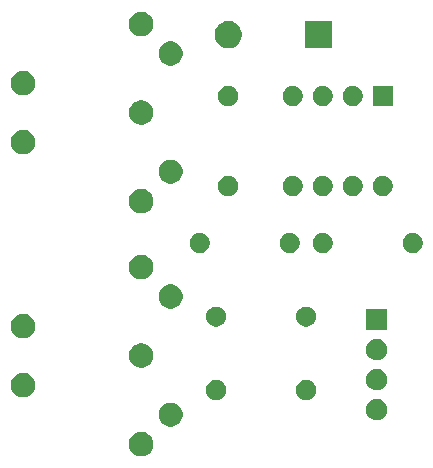
<source format=gbr>
G04 #@! TF.GenerationSoftware,KiCad,Pcbnew,5.1.5-52549c5~84~ubuntu18.04.1*
G04 #@! TF.CreationDate,2020-01-17T10:26:32-05:00*
G04 #@! TF.ProjectId,midi_io,6d696469-5f69-46f2-9e6b-696361645f70,1*
G04 #@! TF.SameCoordinates,Original*
G04 #@! TF.FileFunction,Soldermask,Bot*
G04 #@! TF.FilePolarity,Negative*
%FSLAX46Y46*%
G04 Gerber Fmt 4.6, Leading zero omitted, Abs format (unit mm)*
G04 Created by KiCad (PCBNEW 5.1.5-52549c5~84~ubuntu18.04.1) date 2020-01-17 10:26:32*
%MOMM*%
%LPD*%
G04 APERTURE LIST*
%ADD10C,0.100000*%
G04 APERTURE END LIST*
D10*
G36*
X124251215Y-121956621D02*
G01*
X124437899Y-122033948D01*
X124605911Y-122146210D01*
X124748790Y-122289089D01*
X124861052Y-122457101D01*
X124938379Y-122643785D01*
X124977800Y-122841967D01*
X124977800Y-123044033D01*
X124938379Y-123242215D01*
X124861052Y-123428899D01*
X124748790Y-123596911D01*
X124605911Y-123739790D01*
X124437899Y-123852052D01*
X124251215Y-123929379D01*
X124053033Y-123968800D01*
X123850967Y-123968800D01*
X123652785Y-123929379D01*
X123466101Y-123852052D01*
X123298089Y-123739790D01*
X123155210Y-123596911D01*
X123042948Y-123428899D01*
X122965621Y-123242215D01*
X122926200Y-123044033D01*
X122926200Y-122841967D01*
X122965621Y-122643785D01*
X123042948Y-122457101D01*
X123155210Y-122289089D01*
X123298089Y-122146210D01*
X123466101Y-122033948D01*
X123652785Y-121956621D01*
X123850967Y-121917200D01*
X124053033Y-121917200D01*
X124251215Y-121956621D01*
G37*
G36*
X126751215Y-119456621D02*
G01*
X126937899Y-119533948D01*
X127105911Y-119646210D01*
X127248790Y-119789089D01*
X127361052Y-119957101D01*
X127438379Y-120143785D01*
X127477800Y-120341967D01*
X127477800Y-120544033D01*
X127438379Y-120742215D01*
X127361052Y-120928899D01*
X127248790Y-121096911D01*
X127105911Y-121239790D01*
X126937899Y-121352052D01*
X126751215Y-121429379D01*
X126553033Y-121468800D01*
X126350967Y-121468800D01*
X126152785Y-121429379D01*
X125966101Y-121352052D01*
X125798089Y-121239790D01*
X125655210Y-121096911D01*
X125542948Y-120928899D01*
X125465621Y-120742215D01*
X125426200Y-120544033D01*
X125426200Y-120341967D01*
X125465621Y-120143785D01*
X125542948Y-119957101D01*
X125655210Y-119789089D01*
X125798089Y-119646210D01*
X125966101Y-119533948D01*
X126152785Y-119456621D01*
X126350967Y-119417200D01*
X126553033Y-119417200D01*
X126751215Y-119456621D01*
G37*
G36*
X144153754Y-119148817D02*
G01*
X144317689Y-119216721D01*
X144465227Y-119315303D01*
X144590697Y-119440773D01*
X144689279Y-119588311D01*
X144757183Y-119752246D01*
X144791800Y-119926279D01*
X144791800Y-120103721D01*
X144757183Y-120277754D01*
X144689279Y-120441689D01*
X144590697Y-120589227D01*
X144465227Y-120714697D01*
X144317689Y-120813279D01*
X144153754Y-120881183D01*
X143979721Y-120915800D01*
X143802279Y-120915800D01*
X143628246Y-120881183D01*
X143464311Y-120813279D01*
X143316773Y-120714697D01*
X143191303Y-120589227D01*
X143092721Y-120441689D01*
X143024817Y-120277754D01*
X142990200Y-120103721D01*
X142990200Y-119926279D01*
X143024817Y-119752246D01*
X143092721Y-119588311D01*
X143191303Y-119440773D01*
X143316773Y-119315303D01*
X143464311Y-119216721D01*
X143628246Y-119148817D01*
X143802279Y-119114200D01*
X143979721Y-119114200D01*
X144153754Y-119148817D01*
G37*
G36*
X130550169Y-117545895D02*
G01*
X130705005Y-117610031D01*
X130844354Y-117703140D01*
X130962860Y-117821646D01*
X131055969Y-117960995D01*
X131120105Y-118115831D01*
X131152800Y-118280203D01*
X131152800Y-118447797D01*
X131120105Y-118612169D01*
X131055969Y-118767005D01*
X130962860Y-118906354D01*
X130844354Y-119024860D01*
X130705005Y-119117969D01*
X130550169Y-119182105D01*
X130385797Y-119214800D01*
X130218203Y-119214800D01*
X130053831Y-119182105D01*
X129898995Y-119117969D01*
X129759646Y-119024860D01*
X129641140Y-118906354D01*
X129548031Y-118767005D01*
X129483895Y-118612169D01*
X129451200Y-118447797D01*
X129451200Y-118280203D01*
X129483895Y-118115831D01*
X129548031Y-117960995D01*
X129641140Y-117821646D01*
X129759646Y-117703140D01*
X129898995Y-117610031D01*
X130053831Y-117545895D01*
X130218203Y-117513200D01*
X130385797Y-117513200D01*
X130550169Y-117545895D01*
G37*
G36*
X138170169Y-117545895D02*
G01*
X138325005Y-117610031D01*
X138464354Y-117703140D01*
X138582860Y-117821646D01*
X138675969Y-117960995D01*
X138740105Y-118115831D01*
X138772800Y-118280203D01*
X138772800Y-118447797D01*
X138740105Y-118612169D01*
X138675969Y-118767005D01*
X138582860Y-118906354D01*
X138464354Y-119024860D01*
X138325005Y-119117969D01*
X138170169Y-119182105D01*
X138005797Y-119214800D01*
X137838203Y-119214800D01*
X137673831Y-119182105D01*
X137518995Y-119117969D01*
X137379646Y-119024860D01*
X137261140Y-118906354D01*
X137168031Y-118767005D01*
X137103895Y-118612169D01*
X137071200Y-118447797D01*
X137071200Y-118280203D01*
X137103895Y-118115831D01*
X137168031Y-117960995D01*
X137261140Y-117821646D01*
X137379646Y-117703140D01*
X137518995Y-117610031D01*
X137673831Y-117545895D01*
X137838203Y-117513200D01*
X138005797Y-117513200D01*
X138170169Y-117545895D01*
G37*
G36*
X114251215Y-116956621D02*
G01*
X114437899Y-117033948D01*
X114605911Y-117146210D01*
X114748790Y-117289089D01*
X114861052Y-117457101D01*
X114938379Y-117643785D01*
X114977800Y-117841967D01*
X114977800Y-118044033D01*
X114938379Y-118242215D01*
X114861052Y-118428899D01*
X114748790Y-118596911D01*
X114605911Y-118739790D01*
X114437899Y-118852052D01*
X114251215Y-118929379D01*
X114053033Y-118968800D01*
X113850967Y-118968800D01*
X113652785Y-118929379D01*
X113466101Y-118852052D01*
X113298089Y-118739790D01*
X113155210Y-118596911D01*
X113042948Y-118428899D01*
X112965621Y-118242215D01*
X112926200Y-118044033D01*
X112926200Y-117841967D01*
X112965621Y-117643785D01*
X113042948Y-117457101D01*
X113155210Y-117289089D01*
X113298089Y-117146210D01*
X113466101Y-117033948D01*
X113652785Y-116956621D01*
X113850967Y-116917200D01*
X114053033Y-116917200D01*
X114251215Y-116956621D01*
G37*
G36*
X144153754Y-116608817D02*
G01*
X144317689Y-116676721D01*
X144465227Y-116775303D01*
X144590697Y-116900773D01*
X144689279Y-117048311D01*
X144757183Y-117212246D01*
X144791800Y-117386279D01*
X144791800Y-117563721D01*
X144757183Y-117737754D01*
X144689279Y-117901689D01*
X144590697Y-118049227D01*
X144465227Y-118174697D01*
X144317689Y-118273279D01*
X144153754Y-118341183D01*
X143979721Y-118375800D01*
X143802279Y-118375800D01*
X143628246Y-118341183D01*
X143464311Y-118273279D01*
X143316773Y-118174697D01*
X143191303Y-118049227D01*
X143092721Y-117901689D01*
X143024817Y-117737754D01*
X142990200Y-117563721D01*
X142990200Y-117386279D01*
X143024817Y-117212246D01*
X143092721Y-117048311D01*
X143191303Y-116900773D01*
X143316773Y-116775303D01*
X143464311Y-116676721D01*
X143628246Y-116608817D01*
X143802279Y-116574200D01*
X143979721Y-116574200D01*
X144153754Y-116608817D01*
G37*
G36*
X124251215Y-114456621D02*
G01*
X124437899Y-114533948D01*
X124605911Y-114646210D01*
X124748790Y-114789089D01*
X124861052Y-114957101D01*
X124938379Y-115143785D01*
X124977800Y-115341967D01*
X124977800Y-115544033D01*
X124938379Y-115742215D01*
X124861052Y-115928899D01*
X124748790Y-116096911D01*
X124605911Y-116239790D01*
X124437899Y-116352052D01*
X124251215Y-116429379D01*
X124053033Y-116468800D01*
X123850967Y-116468800D01*
X123652785Y-116429379D01*
X123466101Y-116352052D01*
X123298089Y-116239790D01*
X123155210Y-116096911D01*
X123042948Y-115928899D01*
X122965621Y-115742215D01*
X122926200Y-115544033D01*
X122926200Y-115341967D01*
X122965621Y-115143785D01*
X123042948Y-114957101D01*
X123155210Y-114789089D01*
X123298089Y-114646210D01*
X123466101Y-114533948D01*
X123652785Y-114456621D01*
X123850967Y-114417200D01*
X124053033Y-114417200D01*
X124251215Y-114456621D01*
G37*
G36*
X144153754Y-114068817D02*
G01*
X144317689Y-114136721D01*
X144465227Y-114235303D01*
X144590697Y-114360773D01*
X144689279Y-114508311D01*
X144757183Y-114672246D01*
X144791800Y-114846279D01*
X144791800Y-115023721D01*
X144757183Y-115197754D01*
X144689279Y-115361689D01*
X144590697Y-115509227D01*
X144465227Y-115634697D01*
X144317689Y-115733279D01*
X144153754Y-115801183D01*
X143979721Y-115835800D01*
X143802279Y-115835800D01*
X143628246Y-115801183D01*
X143464311Y-115733279D01*
X143316773Y-115634697D01*
X143191303Y-115509227D01*
X143092721Y-115361689D01*
X143024817Y-115197754D01*
X142990200Y-115023721D01*
X142990200Y-114846279D01*
X143024817Y-114672246D01*
X143092721Y-114508311D01*
X143191303Y-114360773D01*
X143316773Y-114235303D01*
X143464311Y-114136721D01*
X143628246Y-114068817D01*
X143802279Y-114034200D01*
X143979721Y-114034200D01*
X144153754Y-114068817D01*
G37*
G36*
X114251215Y-111956621D02*
G01*
X114437899Y-112033948D01*
X114605911Y-112146210D01*
X114748790Y-112289089D01*
X114861052Y-112457101D01*
X114938379Y-112643785D01*
X114977800Y-112841967D01*
X114977800Y-113044033D01*
X114938379Y-113242215D01*
X114861052Y-113428899D01*
X114748790Y-113596911D01*
X114605911Y-113739790D01*
X114437899Y-113852052D01*
X114251215Y-113929379D01*
X114053033Y-113968800D01*
X113850967Y-113968800D01*
X113652785Y-113929379D01*
X113466101Y-113852052D01*
X113298089Y-113739790D01*
X113155210Y-113596911D01*
X113042948Y-113428899D01*
X112965621Y-113242215D01*
X112926200Y-113044033D01*
X112926200Y-112841967D01*
X112965621Y-112643785D01*
X113042948Y-112457101D01*
X113155210Y-112289089D01*
X113298089Y-112146210D01*
X113466101Y-112033948D01*
X113652785Y-111956621D01*
X113850967Y-111917200D01*
X114053033Y-111917200D01*
X114251215Y-111956621D01*
G37*
G36*
X144791800Y-113295800D02*
G01*
X142990200Y-113295800D01*
X142990200Y-111494200D01*
X144791800Y-111494200D01*
X144791800Y-113295800D01*
G37*
G36*
X130550169Y-111322895D02*
G01*
X130705005Y-111387031D01*
X130844354Y-111480140D01*
X130962860Y-111598646D01*
X131055969Y-111737995D01*
X131120105Y-111892831D01*
X131152800Y-112057203D01*
X131152800Y-112224797D01*
X131120105Y-112389169D01*
X131055969Y-112544005D01*
X130962860Y-112683354D01*
X130844354Y-112801860D01*
X130705005Y-112894969D01*
X130550169Y-112959105D01*
X130385797Y-112991800D01*
X130218203Y-112991800D01*
X130053831Y-112959105D01*
X129898995Y-112894969D01*
X129759646Y-112801860D01*
X129641140Y-112683354D01*
X129548031Y-112544005D01*
X129483895Y-112389169D01*
X129451200Y-112224797D01*
X129451200Y-112057203D01*
X129483895Y-111892831D01*
X129548031Y-111737995D01*
X129641140Y-111598646D01*
X129759646Y-111480140D01*
X129898995Y-111387031D01*
X130053831Y-111322895D01*
X130218203Y-111290200D01*
X130385797Y-111290200D01*
X130550169Y-111322895D01*
G37*
G36*
X138170169Y-111322895D02*
G01*
X138325005Y-111387031D01*
X138464354Y-111480140D01*
X138582860Y-111598646D01*
X138675969Y-111737995D01*
X138740105Y-111892831D01*
X138772800Y-112057203D01*
X138772800Y-112224797D01*
X138740105Y-112389169D01*
X138675969Y-112544005D01*
X138582860Y-112683354D01*
X138464354Y-112801860D01*
X138325005Y-112894969D01*
X138170169Y-112959105D01*
X138005797Y-112991800D01*
X137838203Y-112991800D01*
X137673831Y-112959105D01*
X137518995Y-112894969D01*
X137379646Y-112801860D01*
X137261140Y-112683354D01*
X137168031Y-112544005D01*
X137103895Y-112389169D01*
X137071200Y-112224797D01*
X137071200Y-112057203D01*
X137103895Y-111892831D01*
X137168031Y-111737995D01*
X137261140Y-111598646D01*
X137379646Y-111480140D01*
X137518995Y-111387031D01*
X137673831Y-111322895D01*
X137838203Y-111290200D01*
X138005797Y-111290200D01*
X138170169Y-111322895D01*
G37*
G36*
X126751215Y-109456621D02*
G01*
X126937899Y-109533948D01*
X127105911Y-109646210D01*
X127248790Y-109789089D01*
X127361052Y-109957101D01*
X127438379Y-110143785D01*
X127477800Y-110341967D01*
X127477800Y-110544033D01*
X127438379Y-110742215D01*
X127361052Y-110928899D01*
X127248790Y-111096911D01*
X127105911Y-111239790D01*
X126937899Y-111352052D01*
X126751215Y-111429379D01*
X126553033Y-111468800D01*
X126350967Y-111468800D01*
X126152785Y-111429379D01*
X125966101Y-111352052D01*
X125798089Y-111239790D01*
X125655210Y-111096911D01*
X125542948Y-110928899D01*
X125465621Y-110742215D01*
X125426200Y-110544033D01*
X125426200Y-110341967D01*
X125465621Y-110143785D01*
X125542948Y-109957101D01*
X125655210Y-109789089D01*
X125798089Y-109646210D01*
X125966101Y-109533948D01*
X126152785Y-109456621D01*
X126350967Y-109417200D01*
X126553033Y-109417200D01*
X126751215Y-109456621D01*
G37*
G36*
X124251215Y-106956621D02*
G01*
X124437899Y-107033948D01*
X124605911Y-107146210D01*
X124748790Y-107289089D01*
X124861052Y-107457101D01*
X124938379Y-107643785D01*
X124977800Y-107841967D01*
X124977800Y-108044033D01*
X124938379Y-108242215D01*
X124861052Y-108428899D01*
X124748790Y-108596911D01*
X124605911Y-108739790D01*
X124437899Y-108852052D01*
X124251215Y-108929379D01*
X124053033Y-108968800D01*
X123850967Y-108968800D01*
X123652785Y-108929379D01*
X123466101Y-108852052D01*
X123298089Y-108739790D01*
X123155210Y-108596911D01*
X123042948Y-108428899D01*
X122965621Y-108242215D01*
X122926200Y-108044033D01*
X122926200Y-107841967D01*
X122965621Y-107643785D01*
X123042948Y-107457101D01*
X123155210Y-107289089D01*
X123298089Y-107146210D01*
X123466101Y-107033948D01*
X123652785Y-106956621D01*
X123850967Y-106917200D01*
X124053033Y-106917200D01*
X124251215Y-106956621D01*
G37*
G36*
X129153169Y-105099895D02*
G01*
X129308005Y-105164031D01*
X129447354Y-105257140D01*
X129565860Y-105375646D01*
X129658969Y-105514995D01*
X129723105Y-105669831D01*
X129755800Y-105834203D01*
X129755800Y-106001797D01*
X129723105Y-106166169D01*
X129658969Y-106321005D01*
X129565860Y-106460354D01*
X129447354Y-106578860D01*
X129308005Y-106671969D01*
X129153169Y-106736105D01*
X128988797Y-106768800D01*
X128821203Y-106768800D01*
X128656831Y-106736105D01*
X128501995Y-106671969D01*
X128362646Y-106578860D01*
X128244140Y-106460354D01*
X128151031Y-106321005D01*
X128086895Y-106166169D01*
X128054200Y-106001797D01*
X128054200Y-105834203D01*
X128086895Y-105669831D01*
X128151031Y-105514995D01*
X128244140Y-105375646D01*
X128362646Y-105257140D01*
X128501995Y-105164031D01*
X128656831Y-105099895D01*
X128821203Y-105067200D01*
X128988797Y-105067200D01*
X129153169Y-105099895D01*
G37*
G36*
X147187169Y-105099895D02*
G01*
X147342005Y-105164031D01*
X147481354Y-105257140D01*
X147599860Y-105375646D01*
X147692969Y-105514995D01*
X147757105Y-105669831D01*
X147789800Y-105834203D01*
X147789800Y-106001797D01*
X147757105Y-106166169D01*
X147692969Y-106321005D01*
X147599860Y-106460354D01*
X147481354Y-106578860D01*
X147342005Y-106671969D01*
X147187169Y-106736105D01*
X147022797Y-106768800D01*
X146855203Y-106768800D01*
X146690831Y-106736105D01*
X146535995Y-106671969D01*
X146396646Y-106578860D01*
X146278140Y-106460354D01*
X146185031Y-106321005D01*
X146120895Y-106166169D01*
X146088200Y-106001797D01*
X146088200Y-105834203D01*
X146120895Y-105669831D01*
X146185031Y-105514995D01*
X146278140Y-105375646D01*
X146396646Y-105257140D01*
X146535995Y-105164031D01*
X146690831Y-105099895D01*
X146855203Y-105067200D01*
X147022797Y-105067200D01*
X147187169Y-105099895D01*
G37*
G36*
X139567169Y-105099895D02*
G01*
X139722005Y-105164031D01*
X139861354Y-105257140D01*
X139979860Y-105375646D01*
X140072969Y-105514995D01*
X140137105Y-105669831D01*
X140169800Y-105834203D01*
X140169800Y-106001797D01*
X140137105Y-106166169D01*
X140072969Y-106321005D01*
X139979860Y-106460354D01*
X139861354Y-106578860D01*
X139722005Y-106671969D01*
X139567169Y-106736105D01*
X139402797Y-106768800D01*
X139235203Y-106768800D01*
X139070831Y-106736105D01*
X138915995Y-106671969D01*
X138776646Y-106578860D01*
X138658140Y-106460354D01*
X138565031Y-106321005D01*
X138500895Y-106166169D01*
X138468200Y-106001797D01*
X138468200Y-105834203D01*
X138500895Y-105669831D01*
X138565031Y-105514995D01*
X138658140Y-105375646D01*
X138776646Y-105257140D01*
X138915995Y-105164031D01*
X139070831Y-105099895D01*
X139235203Y-105067200D01*
X139402797Y-105067200D01*
X139567169Y-105099895D01*
G37*
G36*
X136773169Y-105099895D02*
G01*
X136928005Y-105164031D01*
X137067354Y-105257140D01*
X137185860Y-105375646D01*
X137278969Y-105514995D01*
X137343105Y-105669831D01*
X137375800Y-105834203D01*
X137375800Y-106001797D01*
X137343105Y-106166169D01*
X137278969Y-106321005D01*
X137185860Y-106460354D01*
X137067354Y-106578860D01*
X136928005Y-106671969D01*
X136773169Y-106736105D01*
X136608797Y-106768800D01*
X136441203Y-106768800D01*
X136276831Y-106736105D01*
X136121995Y-106671969D01*
X135982646Y-106578860D01*
X135864140Y-106460354D01*
X135771031Y-106321005D01*
X135706895Y-106166169D01*
X135674200Y-106001797D01*
X135674200Y-105834203D01*
X135706895Y-105669831D01*
X135771031Y-105514995D01*
X135864140Y-105375646D01*
X135982646Y-105257140D01*
X136121995Y-105164031D01*
X136276831Y-105099895D01*
X136441203Y-105067200D01*
X136608797Y-105067200D01*
X136773169Y-105099895D01*
G37*
G36*
X124251215Y-101382621D02*
G01*
X124437899Y-101459948D01*
X124605911Y-101572210D01*
X124748790Y-101715089D01*
X124861052Y-101883101D01*
X124938379Y-102069785D01*
X124977800Y-102267967D01*
X124977800Y-102470033D01*
X124938379Y-102668215D01*
X124861052Y-102854899D01*
X124748790Y-103022911D01*
X124605911Y-103165790D01*
X124437899Y-103278052D01*
X124251215Y-103355379D01*
X124053033Y-103394800D01*
X123850967Y-103394800D01*
X123652785Y-103355379D01*
X123466101Y-103278052D01*
X123298089Y-103165790D01*
X123155210Y-103022911D01*
X123042948Y-102854899D01*
X122965621Y-102668215D01*
X122926200Y-102470033D01*
X122926200Y-102267967D01*
X122965621Y-102069785D01*
X123042948Y-101883101D01*
X123155210Y-101715089D01*
X123298089Y-101572210D01*
X123466101Y-101459948D01*
X123652785Y-101382621D01*
X123850967Y-101343200D01*
X124053033Y-101343200D01*
X124251215Y-101382621D01*
G37*
G36*
X137027169Y-100273895D02*
G01*
X137182005Y-100338031D01*
X137321354Y-100431140D01*
X137439860Y-100549646D01*
X137532969Y-100688995D01*
X137597105Y-100843831D01*
X137629800Y-101008203D01*
X137629800Y-101175797D01*
X137597105Y-101340169D01*
X137532969Y-101495005D01*
X137439860Y-101634354D01*
X137321354Y-101752860D01*
X137182005Y-101845969D01*
X137027169Y-101910105D01*
X136862797Y-101942800D01*
X136695203Y-101942800D01*
X136530831Y-101910105D01*
X136375995Y-101845969D01*
X136236646Y-101752860D01*
X136118140Y-101634354D01*
X136025031Y-101495005D01*
X135960895Y-101340169D01*
X135928200Y-101175797D01*
X135928200Y-101008203D01*
X135960895Y-100843831D01*
X136025031Y-100688995D01*
X136118140Y-100549646D01*
X136236646Y-100431140D01*
X136375995Y-100338031D01*
X136530831Y-100273895D01*
X136695203Y-100241200D01*
X136862797Y-100241200D01*
X137027169Y-100273895D01*
G37*
G36*
X144647169Y-100273895D02*
G01*
X144802005Y-100338031D01*
X144941354Y-100431140D01*
X145059860Y-100549646D01*
X145152969Y-100688995D01*
X145217105Y-100843831D01*
X145249800Y-101008203D01*
X145249800Y-101175797D01*
X145217105Y-101340169D01*
X145152969Y-101495005D01*
X145059860Y-101634354D01*
X144941354Y-101752860D01*
X144802005Y-101845969D01*
X144647169Y-101910105D01*
X144482797Y-101942800D01*
X144315203Y-101942800D01*
X144150831Y-101910105D01*
X143995995Y-101845969D01*
X143856646Y-101752860D01*
X143738140Y-101634354D01*
X143645031Y-101495005D01*
X143580895Y-101340169D01*
X143548200Y-101175797D01*
X143548200Y-101008203D01*
X143580895Y-100843831D01*
X143645031Y-100688995D01*
X143738140Y-100549646D01*
X143856646Y-100431140D01*
X143995995Y-100338031D01*
X144150831Y-100273895D01*
X144315203Y-100241200D01*
X144482797Y-100241200D01*
X144647169Y-100273895D01*
G37*
G36*
X139567169Y-100273895D02*
G01*
X139722005Y-100338031D01*
X139861354Y-100431140D01*
X139979860Y-100549646D01*
X140072969Y-100688995D01*
X140137105Y-100843831D01*
X140169800Y-101008203D01*
X140169800Y-101175797D01*
X140137105Y-101340169D01*
X140072969Y-101495005D01*
X139979860Y-101634354D01*
X139861354Y-101752860D01*
X139722005Y-101845969D01*
X139567169Y-101910105D01*
X139402797Y-101942800D01*
X139235203Y-101942800D01*
X139070831Y-101910105D01*
X138915995Y-101845969D01*
X138776646Y-101752860D01*
X138658140Y-101634354D01*
X138565031Y-101495005D01*
X138500895Y-101340169D01*
X138468200Y-101175797D01*
X138468200Y-101008203D01*
X138500895Y-100843831D01*
X138565031Y-100688995D01*
X138658140Y-100549646D01*
X138776646Y-100431140D01*
X138915995Y-100338031D01*
X139070831Y-100273895D01*
X139235203Y-100241200D01*
X139402797Y-100241200D01*
X139567169Y-100273895D01*
G37*
G36*
X142107169Y-100273895D02*
G01*
X142262005Y-100338031D01*
X142401354Y-100431140D01*
X142519860Y-100549646D01*
X142612969Y-100688995D01*
X142677105Y-100843831D01*
X142709800Y-101008203D01*
X142709800Y-101175797D01*
X142677105Y-101340169D01*
X142612969Y-101495005D01*
X142519860Y-101634354D01*
X142401354Y-101752860D01*
X142262005Y-101845969D01*
X142107169Y-101910105D01*
X141942797Y-101942800D01*
X141775203Y-101942800D01*
X141610831Y-101910105D01*
X141455995Y-101845969D01*
X141316646Y-101752860D01*
X141198140Y-101634354D01*
X141105031Y-101495005D01*
X141040895Y-101340169D01*
X141008200Y-101175797D01*
X141008200Y-101008203D01*
X141040895Y-100843831D01*
X141105031Y-100688995D01*
X141198140Y-100549646D01*
X141316646Y-100431140D01*
X141455995Y-100338031D01*
X141610831Y-100273895D01*
X141775203Y-100241200D01*
X141942797Y-100241200D01*
X142107169Y-100273895D01*
G37*
G36*
X131566169Y-100273895D02*
G01*
X131721005Y-100338031D01*
X131860354Y-100431140D01*
X131978860Y-100549646D01*
X132071969Y-100688995D01*
X132136105Y-100843831D01*
X132168800Y-101008203D01*
X132168800Y-101175797D01*
X132136105Y-101340169D01*
X132071969Y-101495005D01*
X131978860Y-101634354D01*
X131860354Y-101752860D01*
X131721005Y-101845969D01*
X131566169Y-101910105D01*
X131401797Y-101942800D01*
X131234203Y-101942800D01*
X131069831Y-101910105D01*
X130914995Y-101845969D01*
X130775646Y-101752860D01*
X130657140Y-101634354D01*
X130564031Y-101495005D01*
X130499895Y-101340169D01*
X130467200Y-101175797D01*
X130467200Y-101008203D01*
X130499895Y-100843831D01*
X130564031Y-100688995D01*
X130657140Y-100549646D01*
X130775646Y-100431140D01*
X130914995Y-100338031D01*
X131069831Y-100273895D01*
X131234203Y-100241200D01*
X131401797Y-100241200D01*
X131566169Y-100273895D01*
G37*
G36*
X126751215Y-98882621D02*
G01*
X126937899Y-98959948D01*
X127105911Y-99072210D01*
X127248790Y-99215089D01*
X127361052Y-99383101D01*
X127438379Y-99569785D01*
X127477800Y-99767967D01*
X127477800Y-99970033D01*
X127438379Y-100168215D01*
X127361052Y-100354899D01*
X127248790Y-100522911D01*
X127105911Y-100665790D01*
X126937899Y-100778052D01*
X126751215Y-100855379D01*
X126553033Y-100894800D01*
X126350967Y-100894800D01*
X126152785Y-100855379D01*
X125966101Y-100778052D01*
X125798089Y-100665790D01*
X125655210Y-100522911D01*
X125542948Y-100354899D01*
X125465621Y-100168215D01*
X125426200Y-99970033D01*
X125426200Y-99767967D01*
X125465621Y-99569785D01*
X125542948Y-99383101D01*
X125655210Y-99215089D01*
X125798089Y-99072210D01*
X125966101Y-98959948D01*
X126152785Y-98882621D01*
X126350967Y-98843200D01*
X126553033Y-98843200D01*
X126751215Y-98882621D01*
G37*
G36*
X114251215Y-96382621D02*
G01*
X114437899Y-96459948D01*
X114605911Y-96572210D01*
X114748790Y-96715089D01*
X114861052Y-96883101D01*
X114938379Y-97069785D01*
X114977800Y-97267967D01*
X114977800Y-97470033D01*
X114938379Y-97668215D01*
X114861052Y-97854899D01*
X114748790Y-98022911D01*
X114605911Y-98165790D01*
X114437899Y-98278052D01*
X114251215Y-98355379D01*
X114053033Y-98394800D01*
X113850967Y-98394800D01*
X113652785Y-98355379D01*
X113466101Y-98278052D01*
X113298089Y-98165790D01*
X113155210Y-98022911D01*
X113042948Y-97854899D01*
X112965621Y-97668215D01*
X112926200Y-97470033D01*
X112926200Y-97267967D01*
X112965621Y-97069785D01*
X113042948Y-96883101D01*
X113155210Y-96715089D01*
X113298089Y-96572210D01*
X113466101Y-96459948D01*
X113652785Y-96382621D01*
X113850967Y-96343200D01*
X114053033Y-96343200D01*
X114251215Y-96382621D01*
G37*
G36*
X124251215Y-93882621D02*
G01*
X124437899Y-93959948D01*
X124605911Y-94072210D01*
X124748790Y-94215089D01*
X124861052Y-94383101D01*
X124938379Y-94569785D01*
X124977800Y-94767967D01*
X124977800Y-94970033D01*
X124938379Y-95168215D01*
X124861052Y-95354899D01*
X124748790Y-95522911D01*
X124605911Y-95665790D01*
X124437899Y-95778052D01*
X124251215Y-95855379D01*
X124053033Y-95894800D01*
X123850967Y-95894800D01*
X123652785Y-95855379D01*
X123466101Y-95778052D01*
X123298089Y-95665790D01*
X123155210Y-95522911D01*
X123042948Y-95354899D01*
X122965621Y-95168215D01*
X122926200Y-94970033D01*
X122926200Y-94767967D01*
X122965621Y-94569785D01*
X123042948Y-94383101D01*
X123155210Y-94215089D01*
X123298089Y-94072210D01*
X123466101Y-93959948D01*
X123652785Y-93882621D01*
X123850967Y-93843200D01*
X124053033Y-93843200D01*
X124251215Y-93882621D01*
G37*
G36*
X145249800Y-94322800D02*
G01*
X143548200Y-94322800D01*
X143548200Y-92621200D01*
X145249800Y-92621200D01*
X145249800Y-94322800D01*
G37*
G36*
X131566169Y-92653895D02*
G01*
X131721005Y-92718031D01*
X131860354Y-92811140D01*
X131978860Y-92929646D01*
X132071969Y-93068995D01*
X132136105Y-93223831D01*
X132168800Y-93388203D01*
X132168800Y-93555797D01*
X132136105Y-93720169D01*
X132071969Y-93875005D01*
X131978860Y-94014354D01*
X131860354Y-94132860D01*
X131721005Y-94225969D01*
X131566169Y-94290105D01*
X131401797Y-94322800D01*
X131234203Y-94322800D01*
X131069831Y-94290105D01*
X130914995Y-94225969D01*
X130775646Y-94132860D01*
X130657140Y-94014354D01*
X130564031Y-93875005D01*
X130499895Y-93720169D01*
X130467200Y-93555797D01*
X130467200Y-93388203D01*
X130499895Y-93223831D01*
X130564031Y-93068995D01*
X130657140Y-92929646D01*
X130775646Y-92811140D01*
X130914995Y-92718031D01*
X131069831Y-92653895D01*
X131234203Y-92621200D01*
X131401797Y-92621200D01*
X131566169Y-92653895D01*
G37*
G36*
X139567169Y-92653895D02*
G01*
X139722005Y-92718031D01*
X139861354Y-92811140D01*
X139979860Y-92929646D01*
X140072969Y-93068995D01*
X140137105Y-93223831D01*
X140169800Y-93388203D01*
X140169800Y-93555797D01*
X140137105Y-93720169D01*
X140072969Y-93875005D01*
X139979860Y-94014354D01*
X139861354Y-94132860D01*
X139722005Y-94225969D01*
X139567169Y-94290105D01*
X139402797Y-94322800D01*
X139235203Y-94322800D01*
X139070831Y-94290105D01*
X138915995Y-94225969D01*
X138776646Y-94132860D01*
X138658140Y-94014354D01*
X138565031Y-93875005D01*
X138500895Y-93720169D01*
X138468200Y-93555797D01*
X138468200Y-93388203D01*
X138500895Y-93223831D01*
X138565031Y-93068995D01*
X138658140Y-92929646D01*
X138776646Y-92811140D01*
X138915995Y-92718031D01*
X139070831Y-92653895D01*
X139235203Y-92621200D01*
X139402797Y-92621200D01*
X139567169Y-92653895D01*
G37*
G36*
X142107169Y-92653895D02*
G01*
X142262005Y-92718031D01*
X142401354Y-92811140D01*
X142519860Y-92929646D01*
X142612969Y-93068995D01*
X142677105Y-93223831D01*
X142709800Y-93388203D01*
X142709800Y-93555797D01*
X142677105Y-93720169D01*
X142612969Y-93875005D01*
X142519860Y-94014354D01*
X142401354Y-94132860D01*
X142262005Y-94225969D01*
X142107169Y-94290105D01*
X141942797Y-94322800D01*
X141775203Y-94322800D01*
X141610831Y-94290105D01*
X141455995Y-94225969D01*
X141316646Y-94132860D01*
X141198140Y-94014354D01*
X141105031Y-93875005D01*
X141040895Y-93720169D01*
X141008200Y-93555797D01*
X141008200Y-93388203D01*
X141040895Y-93223831D01*
X141105031Y-93068995D01*
X141198140Y-92929646D01*
X141316646Y-92811140D01*
X141455995Y-92718031D01*
X141610831Y-92653895D01*
X141775203Y-92621200D01*
X141942797Y-92621200D01*
X142107169Y-92653895D01*
G37*
G36*
X137027169Y-92653895D02*
G01*
X137182005Y-92718031D01*
X137321354Y-92811140D01*
X137439860Y-92929646D01*
X137532969Y-93068995D01*
X137597105Y-93223831D01*
X137629800Y-93388203D01*
X137629800Y-93555797D01*
X137597105Y-93720169D01*
X137532969Y-93875005D01*
X137439860Y-94014354D01*
X137321354Y-94132860D01*
X137182005Y-94225969D01*
X137027169Y-94290105D01*
X136862797Y-94322800D01*
X136695203Y-94322800D01*
X136530831Y-94290105D01*
X136375995Y-94225969D01*
X136236646Y-94132860D01*
X136118140Y-94014354D01*
X136025031Y-93875005D01*
X135960895Y-93720169D01*
X135928200Y-93555797D01*
X135928200Y-93388203D01*
X135960895Y-93223831D01*
X136025031Y-93068995D01*
X136118140Y-92929646D01*
X136236646Y-92811140D01*
X136375995Y-92718031D01*
X136530831Y-92653895D01*
X136695203Y-92621200D01*
X136862797Y-92621200D01*
X137027169Y-92653895D01*
G37*
G36*
X114251215Y-91382621D02*
G01*
X114437899Y-91459948D01*
X114605911Y-91572210D01*
X114748790Y-91715089D01*
X114861052Y-91883101D01*
X114938379Y-92069785D01*
X114977800Y-92267967D01*
X114977800Y-92470033D01*
X114938379Y-92668215D01*
X114861052Y-92854899D01*
X114748790Y-93022911D01*
X114605911Y-93165790D01*
X114437899Y-93278052D01*
X114251215Y-93355379D01*
X114053033Y-93394800D01*
X113850967Y-93394800D01*
X113652785Y-93355379D01*
X113466101Y-93278052D01*
X113298089Y-93165790D01*
X113155210Y-93022911D01*
X113042948Y-92854899D01*
X112965621Y-92668215D01*
X112926200Y-92470033D01*
X112926200Y-92267967D01*
X112965621Y-92069785D01*
X113042948Y-91883101D01*
X113155210Y-91715089D01*
X113298089Y-91572210D01*
X113466101Y-91459948D01*
X113652785Y-91382621D01*
X113850967Y-91343200D01*
X114053033Y-91343200D01*
X114251215Y-91382621D01*
G37*
G36*
X126751215Y-88882621D02*
G01*
X126937899Y-88959948D01*
X127105911Y-89072210D01*
X127248790Y-89215089D01*
X127361052Y-89383101D01*
X127438379Y-89569785D01*
X127477800Y-89767967D01*
X127477800Y-89970033D01*
X127438379Y-90168215D01*
X127361052Y-90354899D01*
X127248790Y-90522911D01*
X127105911Y-90665790D01*
X126937899Y-90778052D01*
X126751215Y-90855379D01*
X126553033Y-90894800D01*
X126350967Y-90894800D01*
X126152785Y-90855379D01*
X125966101Y-90778052D01*
X125798089Y-90665790D01*
X125655210Y-90522911D01*
X125542948Y-90354899D01*
X125465621Y-90168215D01*
X125426200Y-89970033D01*
X125426200Y-89767967D01*
X125465621Y-89569785D01*
X125542948Y-89383101D01*
X125655210Y-89215089D01*
X125798089Y-89072210D01*
X125966101Y-88959948D01*
X126152785Y-88882621D01*
X126350967Y-88843200D01*
X126553033Y-88843200D01*
X126751215Y-88882621D01*
G37*
G36*
X131653676Y-87158425D02*
G01*
X131863109Y-87245174D01*
X132051594Y-87371116D01*
X132211884Y-87531406D01*
X132337826Y-87719891D01*
X132424575Y-87929324D01*
X132468800Y-88151656D01*
X132468800Y-88378344D01*
X132424575Y-88600676D01*
X132337826Y-88810109D01*
X132211884Y-88998594D01*
X132051594Y-89158884D01*
X131863109Y-89284826D01*
X131653676Y-89371575D01*
X131431344Y-89415800D01*
X131204656Y-89415800D01*
X130982324Y-89371575D01*
X130772891Y-89284826D01*
X130584406Y-89158884D01*
X130424116Y-88998594D01*
X130298174Y-88810109D01*
X130211425Y-88600676D01*
X130167200Y-88378344D01*
X130167200Y-88151656D01*
X130211425Y-87929324D01*
X130298174Y-87719891D01*
X130424116Y-87531406D01*
X130584406Y-87371116D01*
X130772891Y-87245174D01*
X130982324Y-87158425D01*
X131204656Y-87114200D01*
X131431344Y-87114200D01*
X131653676Y-87158425D01*
G37*
G36*
X140088800Y-89415800D02*
G01*
X137787200Y-89415800D01*
X137787200Y-87114200D01*
X140088800Y-87114200D01*
X140088800Y-89415800D01*
G37*
G36*
X124251215Y-86382621D02*
G01*
X124437899Y-86459948D01*
X124605911Y-86572210D01*
X124748790Y-86715089D01*
X124861052Y-86883101D01*
X124938379Y-87069785D01*
X124977800Y-87267967D01*
X124977800Y-87470033D01*
X124938379Y-87668215D01*
X124861052Y-87854899D01*
X124748790Y-88022911D01*
X124605911Y-88165790D01*
X124437899Y-88278052D01*
X124251215Y-88355379D01*
X124053033Y-88394800D01*
X123850967Y-88394800D01*
X123652785Y-88355379D01*
X123466101Y-88278052D01*
X123298089Y-88165790D01*
X123155210Y-88022911D01*
X123042948Y-87854899D01*
X122965621Y-87668215D01*
X122926200Y-87470033D01*
X122926200Y-87267967D01*
X122965621Y-87069785D01*
X123042948Y-86883101D01*
X123155210Y-86715089D01*
X123298089Y-86572210D01*
X123466101Y-86459948D01*
X123652785Y-86382621D01*
X123850967Y-86343200D01*
X124053033Y-86343200D01*
X124251215Y-86382621D01*
G37*
M02*

</source>
